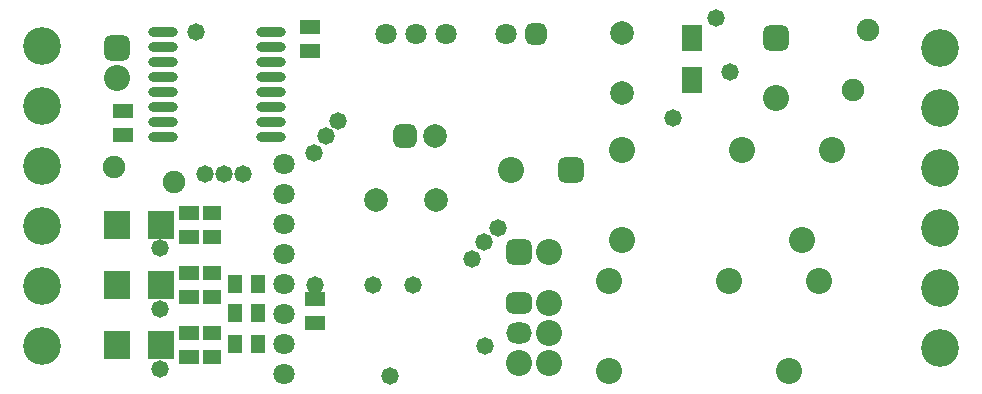
<source format=gts>
%FSLAX24Y24*%
%MOIN*%
G70*
G01*
G75*
G04 Layer_Color=8388736*
%ADD10R,0.0532X0.0433*%
%ADD11R,0.0571X0.0413*%
%ADD12O,0.0906X0.0236*%
%ADD13R,0.0827X0.0846*%
%ADD14R,0.0433X0.0532*%
%ADD15R,0.0610X0.0787*%
%ADD16C,0.0295*%
%ADD17C,0.0197*%
%ADD18C,0.0394*%
%ADD19R,0.0984X0.0906*%
%ADD20C,0.0787*%
%ADD21C,0.1181*%
%ADD22C,0.0630*%
%ADD23O,0.0787X0.0630*%
G04:AMPARAMS|DCode=24|XSize=63mil|YSize=78.7mil|CornerRadius=15.7mil|HoleSize=0mil|Usage=FLASHONLY|Rotation=270.000|XOffset=0mil|YOffset=0mil|HoleType=Round|Shape=RoundedRectangle|*
%AMROUNDEDRECTD24*
21,1,0.0630,0.0472,0,0,270.0*
21,1,0.0315,0.0787,0,0,270.0*
1,1,0.0315,-0.0236,-0.0157*
1,1,0.0315,-0.0236,0.0157*
1,1,0.0315,0.0236,0.0157*
1,1,0.0315,0.0236,-0.0157*
%
%ADD24ROUNDEDRECTD24*%
G04:AMPARAMS|DCode=25|XSize=78.7mil|YSize=78.7mil|CornerRadius=19.7mil|HoleSize=0mil|Usage=FLASHONLY|Rotation=0.000|XOffset=0mil|YOffset=0mil|HoleType=Round|Shape=RoundedRectangle|*
%AMROUNDEDRECTD25*
21,1,0.0787,0.0394,0,0,0.0*
21,1,0.0394,0.0787,0,0,0.0*
1,1,0.0394,0.0197,-0.0197*
1,1,0.0394,-0.0197,-0.0197*
1,1,0.0394,-0.0197,0.0197*
1,1,0.0394,0.0197,0.0197*
%
%ADD25ROUNDEDRECTD25*%
%ADD26C,0.0709*%
G04:AMPARAMS|DCode=27|XSize=78.7mil|YSize=78.7mil|CornerRadius=19.7mil|HoleSize=0mil|Usage=FLASHONLY|Rotation=270.000|XOffset=0mil|YOffset=0mil|HoleType=Round|Shape=RoundedRectangle|*
%AMROUNDEDRECTD27*
21,1,0.0787,0.0394,0,0,270.0*
21,1,0.0394,0.0787,0,0,270.0*
1,1,0.0394,-0.0197,-0.0197*
1,1,0.0394,-0.0197,0.0197*
1,1,0.0394,0.0197,0.0197*
1,1,0.0394,0.0197,-0.0197*
%
%ADD27ROUNDEDRECTD27*%
%ADD28C,0.0669*%
G04:AMPARAMS|DCode=29|XSize=63mil|YSize=63mil|CornerRadius=15.7mil|HoleSize=0mil|Usage=FLASHONLY|Rotation=180.000|XOffset=0mil|YOffset=0mil|HoleType=Round|Shape=RoundedRectangle|*
%AMROUNDEDRECTD29*
21,1,0.0630,0.0315,0,0,180.0*
21,1,0.0315,0.0630,0,0,180.0*
1,1,0.0315,-0.0157,0.0157*
1,1,0.0315,0.0157,0.0157*
1,1,0.0315,0.0157,-0.0157*
1,1,0.0315,-0.0157,-0.0157*
%
%ADD29ROUNDEDRECTD29*%
G04:AMPARAMS|DCode=30|XSize=70.9mil|YSize=70.9mil|CornerRadius=17.7mil|HoleSize=0mil|Usage=FLASHONLY|Rotation=0.000|XOffset=0mil|YOffset=0mil|HoleType=Round|Shape=RoundedRectangle|*
%AMROUNDEDRECTD30*
21,1,0.0709,0.0354,0,0,0.0*
21,1,0.0354,0.0709,0,0,0.0*
1,1,0.0354,0.0177,-0.0177*
1,1,0.0354,-0.0177,-0.0177*
1,1,0.0354,-0.0177,0.0177*
1,1,0.0354,0.0177,0.0177*
%
%ADD30ROUNDEDRECTD30*%
%ADD31C,0.0500*%
%ADD32R,0.0433X0.0354*%
%ADD33R,0.0689X0.0492*%
%ADD34R,0.0413X0.0571*%
%ADD35R,0.0768X0.0354*%
%ADD36R,0.0532X0.1043*%
%ADD37R,0.0315X0.0354*%
%ADD38R,0.0650X0.0413*%
%ADD39R,0.0236X0.0866*%
%ADD40R,0.0492X0.0689*%
%ADD41R,0.0846X0.0827*%
%ADD42R,0.0787X0.0610*%
%ADD43O,0.0236X0.0866*%
%ADD44O,0.0217X0.0650*%
%ADD45O,0.0650X0.0217*%
%ADD46C,0.0591*%
%ADD47C,0.0787*%
%ADD48C,0.0118*%
%ADD49C,0.0236*%
%ADD50R,0.0591X0.1575*%
%ADD51R,0.0039X0.1654*%
%ADD52R,0.1378X0.2283*%
%ADD53R,0.0612X0.0513*%
%ADD54R,0.0651X0.0493*%
%ADD55O,0.0986X0.0316*%
%ADD56R,0.0907X0.0926*%
%ADD57R,0.0513X0.0612*%
%ADD58R,0.0690X0.0867*%
%ADD59C,0.0867*%
%ADD60C,0.1261*%
%ADD61C,0.0710*%
%ADD62O,0.0867X0.0710*%
G04:AMPARAMS|DCode=63|XSize=71mil|YSize=86.7mil|CornerRadius=19.7mil|HoleSize=0mil|Usage=FLASHONLY|Rotation=270.000|XOffset=0mil|YOffset=0mil|HoleType=Round|Shape=RoundedRectangle|*
%AMROUNDEDRECTD63*
21,1,0.0710,0.0472,0,0,270.0*
21,1,0.0315,0.0867,0,0,270.0*
1,1,0.0395,-0.0236,-0.0157*
1,1,0.0395,-0.0236,0.0157*
1,1,0.0395,0.0236,0.0157*
1,1,0.0395,0.0236,-0.0157*
%
%ADD63ROUNDEDRECTD63*%
G04:AMPARAMS|DCode=64|XSize=86.7mil|YSize=86.7mil|CornerRadius=23.7mil|HoleSize=0mil|Usage=FLASHONLY|Rotation=0.000|XOffset=0mil|YOffset=0mil|HoleType=Round|Shape=RoundedRectangle|*
%AMROUNDEDRECTD64*
21,1,0.0867,0.0394,0,0,0.0*
21,1,0.0394,0.0867,0,0,0.0*
1,1,0.0474,0.0197,-0.0197*
1,1,0.0474,-0.0197,-0.0197*
1,1,0.0474,-0.0197,0.0197*
1,1,0.0474,0.0197,0.0197*
%
%ADD64ROUNDEDRECTD64*%
%ADD65C,0.0789*%
G04:AMPARAMS|DCode=66|XSize=86.7mil|YSize=86.7mil|CornerRadius=23.7mil|HoleSize=0mil|Usage=FLASHONLY|Rotation=270.000|XOffset=0mil|YOffset=0mil|HoleType=Round|Shape=RoundedRectangle|*
%AMROUNDEDRECTD66*
21,1,0.0867,0.0394,0,0,270.0*
21,1,0.0394,0.0867,0,0,270.0*
1,1,0.0474,-0.0197,-0.0197*
1,1,0.0474,-0.0197,0.0197*
1,1,0.0474,0.0197,0.0197*
1,1,0.0474,0.0197,-0.0197*
%
%ADD66ROUNDEDRECTD66*%
%ADD67C,0.0749*%
G04:AMPARAMS|DCode=68|XSize=71mil|YSize=71mil|CornerRadius=19.7mil|HoleSize=0mil|Usage=FLASHONLY|Rotation=180.000|XOffset=0mil|YOffset=0mil|HoleType=Round|Shape=RoundedRectangle|*
%AMROUNDEDRECTD68*
21,1,0.0710,0.0315,0,0,180.0*
21,1,0.0315,0.0710,0,0,180.0*
1,1,0.0395,-0.0157,0.0157*
1,1,0.0395,0.0157,0.0157*
1,1,0.0395,0.0157,-0.0157*
1,1,0.0395,-0.0157,-0.0157*
%
%ADD68ROUNDEDRECTD68*%
G04:AMPARAMS|DCode=69|XSize=78.9mil|YSize=78.9mil|CornerRadius=21.7mil|HoleSize=0mil|Usage=FLASHONLY|Rotation=0.000|XOffset=0mil|YOffset=0mil|HoleType=Round|Shape=RoundedRectangle|*
%AMROUNDEDRECTD69*
21,1,0.0789,0.0354,0,0,0.0*
21,1,0.0354,0.0789,0,0,0.0*
1,1,0.0434,0.0177,-0.0177*
1,1,0.0434,-0.0177,-0.0177*
1,1,0.0434,-0.0177,0.0177*
1,1,0.0434,0.0177,0.0177*
%
%ADD69ROUNDEDRECTD69*%
%ADD70C,0.0580*%
D53*
X19449Y14173D02*
D03*
Y14961D02*
D03*
X19449Y16181D02*
D03*
Y16968D02*
D03*
X19449Y18189D02*
D03*
Y18976D02*
D03*
D54*
X18661Y16181D02*
D03*
Y16968D02*
D03*
X22874Y16102D02*
D03*
Y15315D02*
D03*
X18661Y14173D02*
D03*
Y14961D02*
D03*
Y18189D02*
D03*
Y18976D02*
D03*
X16457Y22362D02*
D03*
Y21575D02*
D03*
X22717Y24370D02*
D03*
Y25157D02*
D03*
D55*
X17805Y25018D02*
D03*
Y24518D02*
D03*
Y24018D02*
D03*
Y23518D02*
D03*
Y23018D02*
D03*
Y22518D02*
D03*
Y22018D02*
D03*
Y21518D02*
D03*
X21407Y25018D02*
D03*
Y24518D02*
D03*
Y24018D02*
D03*
Y23518D02*
D03*
Y23018D02*
D03*
Y22518D02*
D03*
Y22018D02*
D03*
Y21518D02*
D03*
D56*
X16270Y14567D02*
D03*
X17746D02*
D03*
X16270Y16575D02*
D03*
X17746D02*
D03*
X16270Y18583D02*
D03*
X17746D02*
D03*
D57*
X20197Y14606D02*
D03*
X20984D02*
D03*
X20197Y16614D02*
D03*
X20984D02*
D03*
X20197Y15630D02*
D03*
X20984D02*
D03*
D58*
X35433Y24794D02*
D03*
Y23394D02*
D03*
D59*
X32677Y13693D02*
D03*
X38677D02*
D03*
X39677Y16693D02*
D03*
X36677D02*
D03*
X32677D02*
D03*
X33110Y18063D02*
D03*
X39110D02*
D03*
X40110Y21063D02*
D03*
X37110D02*
D03*
X33110D02*
D03*
X30685Y13984D02*
D03*
X29685D02*
D03*
X30685Y14984D02*
D03*
Y15984D02*
D03*
Y17677D02*
D03*
X29394Y20394D02*
D03*
X38228Y22819D02*
D03*
X16260Y23488D02*
D03*
D60*
X43701Y14488D02*
D03*
Y16488D02*
D03*
Y18488D02*
D03*
Y20488D02*
D03*
Y22488D02*
D03*
Y24488D02*
D03*
X13780Y14528D02*
D03*
Y16528D02*
D03*
Y18528D02*
D03*
Y20528D02*
D03*
Y22528D02*
D03*
Y24528D02*
D03*
D61*
X21850Y20622D02*
D03*
Y19622D02*
D03*
Y18622D02*
D03*
Y17622D02*
D03*
Y16622D02*
D03*
Y15622D02*
D03*
Y14622D02*
D03*
Y13622D02*
D03*
X29236Y24931D02*
D03*
X27236D02*
D03*
X26236D02*
D03*
X25236D02*
D03*
D62*
X29685Y14984D02*
D03*
D63*
Y15984D02*
D03*
D64*
Y17677D02*
D03*
X31394Y20394D02*
D03*
D65*
X33110Y24976D02*
D03*
Y22976D02*
D03*
X24890Y19409D02*
D03*
X26890D02*
D03*
X26878Y21535D02*
D03*
D66*
X38228Y24819D02*
D03*
X16260Y24488D02*
D03*
D67*
X41299Y25071D02*
D03*
X40799Y23071D02*
D03*
X18181Y20000D02*
D03*
X16181Y20500D02*
D03*
D68*
X30236Y24931D02*
D03*
D69*
X25878Y21535D02*
D03*
D70*
X25354Y13543D02*
D03*
X26142Y16575D02*
D03*
X24803D02*
D03*
X28543Y14528D02*
D03*
X17717Y13780D02*
D03*
Y15787D02*
D03*
X20472Y20276D02*
D03*
X19843D02*
D03*
X19213D02*
D03*
X17717Y17795D02*
D03*
X22874Y16575D02*
D03*
X28976Y18465D02*
D03*
X28504Y17992D02*
D03*
X28110Y17441D02*
D03*
X36693Y23661D02*
D03*
X36220Y25472D02*
D03*
X34803Y22126D02*
D03*
X18898Y25000D02*
D03*
X22835Y20984D02*
D03*
X23228Y21535D02*
D03*
X23622Y22047D02*
D03*
M02*

</source>
